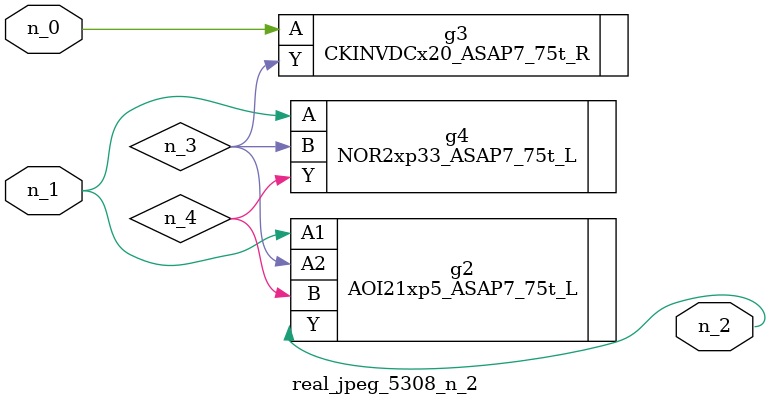
<source format=v>
module real_jpeg_5308_n_2 (n_1, n_0, n_2);

input n_1;
input n_0;

output n_2;

wire n_4;
wire n_3;

CKINVDCx20_ASAP7_75t_R g3 ( 
.A(n_0),
.Y(n_3)
);

AOI21xp5_ASAP7_75t_L g2 ( 
.A1(n_1),
.A2(n_3),
.B(n_4),
.Y(n_2)
);

NOR2xp33_ASAP7_75t_L g4 ( 
.A(n_1),
.B(n_3),
.Y(n_4)
);


endmodule
</source>
